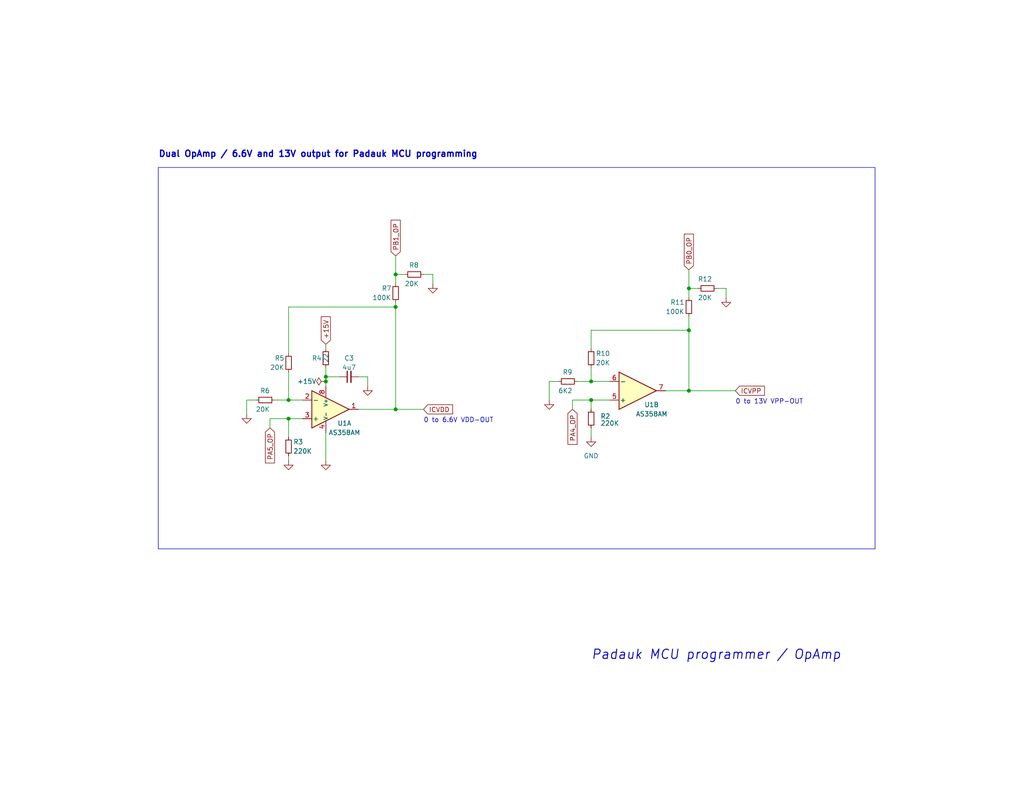
<source format=kicad_sch>
(kicad_sch
	(version 20231120)
	(generator "eeschema")
	(generator_version "8.0")
	(uuid "994ab482-cfd5-4fdb-a00a-93316c177e91")
	(paper "USLetter")
	(title_block
		(title "Purple PDK Programmer")
	)
	(lib_symbols
		(symbol "AS358AM_1"
			(pin_names
				(offset 0.2)
			)
			(exclude_from_sim no)
			(in_bom yes)
			(on_board yes)
			(property "Reference" "U1"
				(at 5.08 -3.81 0)
				(effects
					(font
						(size 1.27 1.27)
					)
				)
			)
			(property "Value" "AS358AM"
				(at 5.08 -6.35 0)
				(effects
					(font
						(size 1.27 1.27)
					)
				)
			)
			(property "Footprint" "Package_SO_AKL:SO-8_3.9x4.9mm_P1.27mm"
				(at 0 0 0)
				(effects
					(font
						(size 1.27 1.27)
					)
					(hide yes)
				)
			)
			(property "Datasheet" "https://www.tme.eu/Document/a2c1d9413fca7cfc0ad5ceead710062d/AS358-358A-358B.pdf"
				(at 0 0 0)
				(effects
					(font
						(size 1.27 1.27)
					)
					(hide yes)
				)
			)
			(property "Description" "SO-8 Dual Operational Amplifier, 3mV Offset, 7μV/°C Drift, 1MHz GBW, Alternate KiCAD Library"
				(at 0 0 0)
				(effects
					(font
						(size 1.27 1.27)
					)
					(hide yes)
				)
			)
			(property "ki_locked" ""
				(at 0 0 0)
				(effects
					(font
						(size 1.27 1.27)
					)
				)
			)
			(property "ki_keywords" "dual opamp operational amplifier AS358"
				(at 0 0 0)
				(effects
					(font
						(size 1.27 1.27)
					)
					(hide yes)
				)
			)
			(symbol "AS358AM_1_0_1"
				(polyline
					(pts
						(xy -3.81 5.08) (xy -3.81 -5.08) (xy 6.35 0) (xy -3.81 5.08)
					)
					(stroke
						(width 0.254)
						(type default)
					)
					(fill
						(type background)
					)
				)
			)
			(symbol "AS358AM_1_1_1"
				(pin output line
					(at 8.89 0 180)
					(length 2.54)
					(name "~"
						(effects
							(font
								(size 1.27 1.27)
							)
						)
					)
					(number "1"
						(effects
							(font
								(size 1.27 1.27)
							)
						)
					)
				)
				(pin input line
					(at -6.35 2.54 0)
					(length 2.54)
					(name "-"
						(effects
							(font
								(size 1.27 1.27)
							)
						)
					)
					(number "2"
						(effects
							(font
								(size 1.27 1.27)
							)
						)
					)
				)
				(pin input line
					(at -6.35 -2.54 0)
					(length 2.54)
					(name "+"
						(effects
							(font
								(size 1.27 1.27)
							)
						)
					)
					(number "3"
						(effects
							(font
								(size 1.27 1.27)
							)
						)
					)
				)
				(pin power_in line
					(at 0 -6.35 90)
					(length 3.18)
					(name "V-"
						(effects
							(font
								(size 1 1)
							)
						)
					)
					(number "4"
						(effects
							(font
								(size 1.27 1.27)
							)
						)
					)
				)
				(pin power_in line
					(at 0 6.35 270)
					(length 3.18)
					(name "V+"
						(effects
							(font
								(size 1 1)
							)
						)
					)
					(number "8"
						(effects
							(font
								(size 1.27 1.27)
							)
						)
					)
				)
			)
			(symbol "AS358AM_1_2_1"
				(pin input line
					(at -6.35 -2.54 0)
					(length 2.54)
					(name "+"
						(effects
							(font
								(size 1.27 1.27)
							)
						)
					)
					(number "5"
						(effects
							(font
								(size 1.27 1.27)
							)
						)
					)
				)
				(pin input line
					(at -6.35 2.54 0)
					(length 2.54)
					(name "-"
						(effects
							(font
								(size 1.27 1.27)
							)
						)
					)
					(number "6"
						(effects
							(font
								(size 1.27 1.27)
							)
						)
					)
				)
				(pin output line
					(at 8.89 0 180)
					(length 2.54)
					(name "~"
						(effects
							(font
								(size 1.27 1.27)
							)
						)
					)
					(number "7"
						(effects
							(font
								(size 1.27 1.27)
							)
						)
					)
				)
			)
		)
		(symbol "Amplifier_Operational_AKL:AS358AM"
			(pin_names
				(offset 0.2)
			)
			(exclude_from_sim no)
			(in_bom yes)
			(on_board yes)
			(property "Reference" "U1"
				(at 5.08 -3.81 0)
				(effects
					(font
						(size 1.27 1.27)
					)
				)
			)
			(property "Value" "AS358AM"
				(at 5.08 -6.35 0)
				(effects
					(font
						(size 1.27 1.27)
					)
				)
			)
			(property "Footprint" "Package_SO_AKL:SO-8_3.9x4.9mm_P1.27mm"
				(at 0 0 0)
				(effects
					(font
						(size 1.27 1.27)
					)
					(hide yes)
				)
			)
			(property "Datasheet" "https://www.tme.eu/Document/a2c1d9413fca7cfc0ad5ceead710062d/AS358-358A-358B.pdf"
				(at 0 0 0)
				(effects
					(font
						(size 1.27 1.27)
					)
					(hide yes)
				)
			)
			(property "Description" "SO-8 Dual Operational Amplifier, 3mV Offset, 7μV/°C Drift, 1MHz GBW, Alternate KiCAD Library"
				(at 0 0 0)
				(effects
					(font
						(size 1.27 1.27)
					)
					(hide yes)
				)
			)
			(property "ki_locked" ""
				(at 0 0 0)
				(effects
					(font
						(size 1.27 1.27)
					)
				)
			)
			(property "ki_keywords" "dual opamp operational amplifier AS358"
				(at 0 0 0)
				(effects
					(font
						(size 1.27 1.27)
					)
					(hide yes)
				)
			)
			(symbol "AS358AM_0_1"
				(polyline
					(pts
						(xy -3.81 5.08) (xy -3.81 -5.08) (xy 6.35 0) (xy -3.81 5.08)
					)
					(stroke
						(width 0.254)
						(type default)
					)
					(fill
						(type background)
					)
				)
			)
			(symbol "AS358AM_1_1"
				(pin output line
					(at 8.89 0 180)
					(length 2.54)
					(name "~"
						(effects
							(font
								(size 1.27 1.27)
							)
						)
					)
					(number "1"
						(effects
							(font
								(size 1.27 1.27)
							)
						)
					)
				)
				(pin input line
					(at -6.35 2.54 0)
					(length 2.54)
					(name "-"
						(effects
							(font
								(size 1.27 1.27)
							)
						)
					)
					(number "2"
						(effects
							(font
								(size 1.27 1.27)
							)
						)
					)
				)
				(pin input line
					(at -6.35 -2.54 0)
					(length 2.54)
					(name "+"
						(effects
							(font
								(size 1.27 1.27)
							)
						)
					)
					(number "3"
						(effects
							(font
								(size 1.27 1.27)
							)
						)
					)
				)
				(pin power_in line
					(at 0 -6.35 90)
					(length 3.18)
					(name "V-"
						(effects
							(font
								(size 1 1)
							)
						)
					)
					(number "4"
						(effects
							(font
								(size 1.27 1.27)
							)
						)
					)
				)
				(pin power_in line
					(at 0 6.35 270)
					(length 3.18)
					(name "V+"
						(effects
							(font
								(size 1 1)
							)
						)
					)
					(number "8"
						(effects
							(font
								(size 1.27 1.27)
							)
						)
					)
				)
			)
			(symbol "AS358AM_2_1"
				(pin input line
					(at -6.35 -2.54 0)
					(length 2.54)
					(name "+"
						(effects
							(font
								(size 1.27 1.27)
							)
						)
					)
					(number "5"
						(effects
							(font
								(size 1.27 1.27)
							)
						)
					)
				)
				(pin input line
					(at -6.35 2.54 0)
					(length 2.54)
					(name "-"
						(effects
							(font
								(size 1.27 1.27)
							)
						)
					)
					(number "6"
						(effects
							(font
								(size 1.27 1.27)
							)
						)
					)
				)
				(pin output line
					(at 8.89 0 180)
					(length 2.54)
					(name "~"
						(effects
							(font
								(size 1.27 1.27)
							)
						)
					)
					(number "7"
						(effects
							(font
								(size 1.27 1.27)
							)
						)
					)
				)
			)
		)
		(symbol "Device:C_Small"
			(pin_numbers hide)
			(pin_names
				(offset 0.254) hide)
			(exclude_from_sim no)
			(in_bom yes)
			(on_board yes)
			(property "Reference" "C"
				(at 0.254 1.778 0)
				(effects
					(font
						(size 1.27 1.27)
					)
					(justify left)
				)
			)
			(property "Value" "C_Small"
				(at 0.254 -2.032 0)
				(effects
					(font
						(size 1.27 1.27)
					)
					(justify left)
				)
			)
			(property "Footprint" ""
				(at 0 0 0)
				(effects
					(font
						(size 1.27 1.27)
					)
					(hide yes)
				)
			)
			(property "Datasheet" "~"
				(at 0 0 0)
				(effects
					(font
						(size 1.27 1.27)
					)
					(hide yes)
				)
			)
			(property "Description" "Unpolarized capacitor, small symbol"
				(at 0 0 0)
				(effects
					(font
						(size 1.27 1.27)
					)
					(hide yes)
				)
			)
			(property "ki_keywords" "capacitor cap"
				(at 0 0 0)
				(effects
					(font
						(size 1.27 1.27)
					)
					(hide yes)
				)
			)
			(property "ki_fp_filters" "C_*"
				(at 0 0 0)
				(effects
					(font
						(size 1.27 1.27)
					)
					(hide yes)
				)
			)
			(symbol "C_Small_0_1"
				(polyline
					(pts
						(xy -1.524 -0.508) (xy 1.524 -0.508)
					)
					(stroke
						(width 0.3302)
						(type default)
					)
					(fill
						(type none)
					)
				)
				(polyline
					(pts
						(xy -1.524 0.508) (xy 1.524 0.508)
					)
					(stroke
						(width 0.3048)
						(type default)
					)
					(fill
						(type none)
					)
				)
			)
			(symbol "C_Small_1_1"
				(pin passive line
					(at 0 2.54 270)
					(length 2.032)
					(name "~"
						(effects
							(font
								(size 1.27 1.27)
							)
						)
					)
					(number "1"
						(effects
							(font
								(size 1.27 1.27)
							)
						)
					)
				)
				(pin passive line
					(at 0 -2.54 90)
					(length 2.032)
					(name "~"
						(effects
							(font
								(size 1.27 1.27)
							)
						)
					)
					(number "2"
						(effects
							(font
								(size 1.27 1.27)
							)
						)
					)
				)
			)
		)
		(symbol "Device:R_Small"
			(pin_numbers hide)
			(pin_names
				(offset 0.254) hide)
			(exclude_from_sim no)
			(in_bom yes)
			(on_board yes)
			(property "Reference" "R"
				(at 0.762 0.508 0)
				(effects
					(font
						(size 1.27 1.27)
					)
					(justify left)
				)
			)
			(property "Value" "R_Small"
				(at 0.762 -1.016 0)
				(effects
					(font
						(size 1.27 1.27)
					)
					(justify left)
				)
			)
			(property "Footprint" ""
				(at 0 0 0)
				(effects
					(font
						(size 1.27 1.27)
					)
					(hide yes)
				)
			)
			(property "Datasheet" "~"
				(at 0 0 0)
				(effects
					(font
						(size 1.27 1.27)
					)
					(hide yes)
				)
			)
			(property "Description" "Resistor, small symbol"
				(at 0 0 0)
				(effects
					(font
						(size 1.27 1.27)
					)
					(hide yes)
				)
			)
			(property "ki_keywords" "R resistor"
				(at 0 0 0)
				(effects
					(font
						(size 1.27 1.27)
					)
					(hide yes)
				)
			)
			(property "ki_fp_filters" "R_*"
				(at 0 0 0)
				(effects
					(font
						(size 1.27 1.27)
					)
					(hide yes)
				)
			)
			(symbol "R_Small_0_1"
				(rectangle
					(start -0.762 1.778)
					(end 0.762 -1.778)
					(stroke
						(width 0.2032)
						(type default)
					)
					(fill
						(type none)
					)
				)
			)
			(symbol "R_Small_1_1"
				(pin passive line
					(at 0 2.54 270)
					(length 0.762)
					(name "~"
						(effects
							(font
								(size 1.27 1.27)
							)
						)
					)
					(number "1"
						(effects
							(font
								(size 1.27 1.27)
							)
						)
					)
				)
				(pin passive line
					(at 0 -2.54 90)
					(length 0.762)
					(name "~"
						(effects
							(font
								(size 1.27 1.27)
							)
						)
					)
					(number "2"
						(effects
							(font
								(size 1.27 1.27)
							)
						)
					)
				)
			)
		)
		(symbol "power:GND"
			(power)
			(pin_names
				(offset 0)
			)
			(exclude_from_sim no)
			(in_bom yes)
			(on_board yes)
			(property "Reference" "#PWR"
				(at 0 -6.35 0)
				(effects
					(font
						(size 1.27 1.27)
					)
					(hide yes)
				)
			)
			(property "Value" "GND"
				(at 0 -3.81 0)
				(effects
					(font
						(size 1.27 1.27)
					)
				)
			)
			(property "Footprint" ""
				(at 0 0 0)
				(effects
					(font
						(size 1.27 1.27)
					)
					(hide yes)
				)
			)
			(property "Datasheet" ""
				(at 0 0 0)
				(effects
					(font
						(size 1.27 1.27)
					)
					(hide yes)
				)
			)
			(property "Description" "Power symbol creates a global label with name \"GND\" , ground"
				(at 0 0 0)
				(effects
					(font
						(size 1.27 1.27)
					)
					(hide yes)
				)
			)
			(property "ki_keywords" "global power"
				(at 0 0 0)
				(effects
					(font
						(size 1.27 1.27)
					)
					(hide yes)
				)
			)
			(symbol "GND_0_1"
				(polyline
					(pts
						(xy 0 0) (xy 0 -1.27) (xy 1.27 -1.27) (xy 0 -2.54) (xy -1.27 -1.27) (xy 0 -1.27)
					)
					(stroke
						(width 0)
						(type default)
					)
					(fill
						(type none)
					)
				)
			)
			(symbol "GND_1_1"
				(pin power_in line
					(at 0 0 270)
					(length 0) hide
					(name "GND"
						(effects
							(font
								(size 1.27 1.27)
							)
						)
					)
					(number "1"
						(effects
							(font
								(size 1.27 1.27)
							)
						)
					)
				)
			)
		)
		(symbol "power:PWR_FLAG"
			(power)
			(pin_numbers hide)
			(pin_names
				(offset 0) hide)
			(exclude_from_sim no)
			(in_bom yes)
			(on_board yes)
			(property "Reference" "#FLG"
				(at 0 1.905 0)
				(effects
					(font
						(size 1.27 1.27)
					)
					(hide yes)
				)
			)
			(property "Value" "PWR_FLAG"
				(at 0 3.81 0)
				(effects
					(font
						(size 1.27 1.27)
					)
				)
			)
			(property "Footprint" ""
				(at 0 0 0)
				(effects
					(font
						(size 1.27 1.27)
					)
					(hide yes)
				)
			)
			(property "Datasheet" "~"
				(at 0 0 0)
				(effects
					(font
						(size 1.27 1.27)
					)
					(hide yes)
				)
			)
			(property "Description" "Special symbol for telling ERC where power comes from"
				(at 0 0 0)
				(effects
					(font
						(size 1.27 1.27)
					)
					(hide yes)
				)
			)
			(property "ki_keywords" "flag power"
				(at 0 0 0)
				(effects
					(font
						(size 1.27 1.27)
					)
					(hide yes)
				)
			)
			(symbol "PWR_FLAG_0_0"
				(pin power_out line
					(at 0 0 90)
					(length 0)
					(name "pwr"
						(effects
							(font
								(size 1.27 1.27)
							)
						)
					)
					(number "1"
						(effects
							(font
								(size 1.27 1.27)
							)
						)
					)
				)
			)
			(symbol "PWR_FLAG_0_1"
				(polyline
					(pts
						(xy 0 0) (xy 0 1.27) (xy -1.016 1.905) (xy 0 2.54) (xy 1.016 1.905) (xy 0 1.27)
					)
					(stroke
						(width 0)
						(type default)
					)
					(fill
						(type none)
					)
				)
			)
		)
	)
	(junction
		(at 88.9 102.87)
		(diameter 0)
		(color 0 0 0 0)
		(uuid "277eeffb-0fd4-4582-bb0b-93d421a7bcfa")
	)
	(junction
		(at 88.9 104.14)
		(diameter 0)
		(color 0 0 0 0)
		(uuid "2dce135c-b4e5-484d-bbd0-84c99ab4e9c1")
	)
	(junction
		(at 161.29 104.14)
		(diameter 0)
		(color 0 0 0 0)
		(uuid "339a5a3f-699a-4d01-a5ed-598e89b3448f")
	)
	(junction
		(at 107.95 83.82)
		(diameter 0)
		(color 0 0 0 0)
		(uuid "4a9246d1-8d39-4428-bf19-0ceef151468d")
	)
	(junction
		(at 107.95 111.76)
		(diameter 0)
		(color 0 0 0 0)
		(uuid "6370f83c-83dd-4f1b-b0b8-2fdf9f648d72")
	)
	(junction
		(at 187.96 90.17)
		(diameter 0)
		(color 0 0 0 0)
		(uuid "6beb0f36-9fdb-46ed-8e84-aa159abc426b")
	)
	(junction
		(at 161.29 109.22)
		(diameter 0)
		(color 0 0 0 0)
		(uuid "751f9f39-a95a-4dc9-92af-d6b136c990b0")
	)
	(junction
		(at 187.96 78.74)
		(diameter 0)
		(color 0 0 0 0)
		(uuid "82e0a97d-3c4b-4786-a186-399302d92045")
	)
	(junction
		(at 107.95 74.93)
		(diameter 0)
		(color 0 0 0 0)
		(uuid "bf47ca26-6b53-478e-9402-b5ad42bc64c3")
	)
	(junction
		(at 78.74 109.22)
		(diameter 0)
		(color 0 0 0 0)
		(uuid "cb6e9339-6f1d-474d-a312-234f5d46a89e")
	)
	(junction
		(at 187.96 106.68)
		(diameter 0)
		(color 0 0 0 0)
		(uuid "e8038669-755b-44bc-aa71-33d290c5d0ce")
	)
	(junction
		(at 78.74 114.3)
		(diameter 0)
		(color 0 0 0 0)
		(uuid "f957d865-71bb-4b58-91f4-b32659167dc2")
	)
	(wire
		(pts
			(xy 78.74 114.3) (xy 82.55 114.3)
		)
		(stroke
			(width 0)
			(type default)
		)
		(uuid "05d8871c-7e6c-4e72-b475-a8bd5dc78a76")
	)
	(wire
		(pts
			(xy 73.66 114.3) (xy 78.74 114.3)
		)
		(stroke
			(width 0)
			(type default)
		)
		(uuid "07917bfc-ef4c-40f6-99b9-c63361ab4ef0")
	)
	(wire
		(pts
			(xy 161.29 95.25) (xy 161.29 90.17)
		)
		(stroke
			(width 0)
			(type default)
		)
		(uuid "0a736996-82ed-4eee-a0ae-d429c3c391aa")
	)
	(wire
		(pts
			(xy 67.31 113.03) (xy 67.31 109.22)
		)
		(stroke
			(width 0)
			(type default)
		)
		(uuid "0d517722-7e9f-4fa4-8b6c-f20e375a734c")
	)
	(wire
		(pts
			(xy 118.11 74.93) (xy 118.11 77.47)
		)
		(stroke
			(width 0)
			(type default)
		)
		(uuid "0ded281b-6d52-4242-b395-fa77582c86eb")
	)
	(wire
		(pts
			(xy 187.96 86.36) (xy 187.96 90.17)
		)
		(stroke
			(width 0)
			(type default)
		)
		(uuid "105fa6a2-6e4e-4b7d-b1c9-4e1f832b29d8")
	)
	(wire
		(pts
			(xy 78.74 83.82) (xy 107.95 83.82)
		)
		(stroke
			(width 0)
			(type default)
		)
		(uuid "16272dd0-5536-4fe2-b6df-617613a87555")
	)
	(wire
		(pts
			(xy 88.9 100.33) (xy 88.9 102.87)
		)
		(stroke
			(width 0)
			(type default)
		)
		(uuid "16a42587-e364-4766-a9cd-89ab5b889cba")
	)
	(wire
		(pts
			(xy 97.79 102.87) (xy 100.33 102.87)
		)
		(stroke
			(width 0)
			(type default)
		)
		(uuid "19de51f2-5098-4510-b4d5-676ff91e8066")
	)
	(wire
		(pts
			(xy 161.29 90.17) (xy 187.96 90.17)
		)
		(stroke
			(width 0)
			(type default)
		)
		(uuid "2c6a386b-806b-4e55-a73e-14b4e4afd579")
	)
	(wire
		(pts
			(xy 67.31 109.22) (xy 69.85 109.22)
		)
		(stroke
			(width 0)
			(type default)
		)
		(uuid "2c7403c2-23ff-4e97-8fde-243080283e12")
	)
	(wire
		(pts
			(xy 195.58 78.74) (xy 198.12 78.74)
		)
		(stroke
			(width 0)
			(type default)
		)
		(uuid "42f57cb7-573f-4ebc-9ab5-b252f9a8935e")
	)
	(wire
		(pts
			(xy 149.86 109.22) (xy 149.86 104.14)
		)
		(stroke
			(width 0)
			(type default)
		)
		(uuid "4cbfb924-d2a3-4a15-860f-d653920cf827")
	)
	(wire
		(pts
			(xy 100.33 105.41) (xy 100.33 102.87)
		)
		(stroke
			(width 0)
			(type default)
		)
		(uuid "500038c2-473d-486c-ba08-2874097ebf6f")
	)
	(wire
		(pts
			(xy 107.95 111.76) (xy 115.57 111.76)
		)
		(stroke
			(width 0)
			(type default)
		)
		(uuid "50782205-f6ad-4faa-a98f-7275c91c8cb9")
	)
	(wire
		(pts
			(xy 88.9 118.11) (xy 88.9 125.73)
		)
		(stroke
			(width 0)
			(type default)
		)
		(uuid "53dc7250-7f1d-40bf-b81f-bbcedc854e63")
	)
	(wire
		(pts
			(xy 88.9 93.98) (xy 88.9 95.25)
		)
		(stroke
			(width 0)
			(type default)
		)
		(uuid "572b627c-818c-4e67-b208-0afa5dfb8180")
	)
	(wire
		(pts
			(xy 157.48 104.14) (xy 161.29 104.14)
		)
		(stroke
			(width 0)
			(type default)
		)
		(uuid "5a2d7cb5-206d-4b65-a8cc-a5ed2b523943")
	)
	(wire
		(pts
			(xy 115.57 74.93) (xy 118.11 74.93)
		)
		(stroke
			(width 0)
			(type default)
		)
		(uuid "5f9decb6-842b-45cb-a421-ca7afdfb6c41")
	)
	(wire
		(pts
			(xy 198.12 78.74) (xy 198.12 81.28)
		)
		(stroke
			(width 0)
			(type default)
		)
		(uuid "718faed8-c918-4025-ad68-468f2542a0b2")
	)
	(wire
		(pts
			(xy 78.74 109.22) (xy 82.55 109.22)
		)
		(stroke
			(width 0)
			(type default)
		)
		(uuid "74797b8f-1597-47c7-bd7a-85e975ffe71a")
	)
	(wire
		(pts
			(xy 187.96 106.68) (xy 200.66 106.68)
		)
		(stroke
			(width 0)
			(type default)
		)
		(uuid "83f1a6a6-e967-45be-9eab-72c9d8f9dfee")
	)
	(wire
		(pts
			(xy 73.66 116.84) (xy 73.66 114.3)
		)
		(stroke
			(width 0)
			(type default)
		)
		(uuid "861514a9-0126-4cbb-a69b-66dae3b6f1e0")
	)
	(wire
		(pts
			(xy 161.29 104.14) (xy 166.37 104.14)
		)
		(stroke
			(width 0)
			(type default)
		)
		(uuid "8c44cbd1-e097-490b-abc1-3235590546c8")
	)
	(wire
		(pts
			(xy 97.79 111.76) (xy 107.95 111.76)
		)
		(stroke
			(width 0)
			(type default)
		)
		(uuid "8c8413ff-e217-406a-8b43-9e6073468f20")
	)
	(wire
		(pts
			(xy 88.9 104.14) (xy 88.9 105.41)
		)
		(stroke
			(width 0)
			(type default)
		)
		(uuid "8eb23c58-4faf-4847-a036-7df9d4f83f91")
	)
	(wire
		(pts
			(xy 78.74 96.52) (xy 78.74 83.82)
		)
		(stroke
			(width 0)
			(type default)
		)
		(uuid "9003261a-cf0f-4f80-a1c1-a9b037177530")
	)
	(wire
		(pts
			(xy 156.21 109.22) (xy 161.29 109.22)
		)
		(stroke
			(width 0)
			(type default)
		)
		(uuid "92697413-cb4e-438a-b417-6f31d2405f6d")
	)
	(wire
		(pts
			(xy 107.95 82.55) (xy 107.95 83.82)
		)
		(stroke
			(width 0)
			(type default)
		)
		(uuid "94a3c793-382f-45cc-9662-c735077b44b5")
	)
	(wire
		(pts
			(xy 107.95 83.82) (xy 107.95 111.76)
		)
		(stroke
			(width 0)
			(type default)
		)
		(uuid "99bff918-a224-49f8-b68d-663ab916fe26")
	)
	(wire
		(pts
			(xy 107.95 77.47) (xy 107.95 74.93)
		)
		(stroke
			(width 0)
			(type default)
		)
		(uuid "99f7f9e2-d75b-46a2-b762-3d0d5e9c5750")
	)
	(wire
		(pts
			(xy 78.74 124.46) (xy 78.74 125.73)
		)
		(stroke
			(width 0)
			(type default)
		)
		(uuid "aa00d06d-eed5-4278-8d9f-9e15df02165a")
	)
	(wire
		(pts
			(xy 74.93 109.22) (xy 78.74 109.22)
		)
		(stroke
			(width 0)
			(type default)
		)
		(uuid "ba38af39-3d5a-4129-aabe-b3716a2b6291")
	)
	(wire
		(pts
			(xy 107.95 69.85) (xy 107.95 74.93)
		)
		(stroke
			(width 0)
			(type default)
		)
		(uuid "baeb0543-2786-40ae-8500-a78ee6ce69ce")
	)
	(wire
		(pts
			(xy 78.74 101.6) (xy 78.74 109.22)
		)
		(stroke
			(width 0)
			(type default)
		)
		(uuid "bd8ecac7-7b20-4d2c-becf-2216ae86a215")
	)
	(wire
		(pts
			(xy 78.74 114.3) (xy 78.74 119.38)
		)
		(stroke
			(width 0)
			(type default)
		)
		(uuid "bfbca156-7a96-46d1-b9a2-5d785ce6ad0c")
	)
	(wire
		(pts
			(xy 88.9 102.87) (xy 92.71 102.87)
		)
		(stroke
			(width 0)
			(type default)
		)
		(uuid "c03b2202-4f03-410a-9cbf-a76170fade6e")
	)
	(wire
		(pts
			(xy 161.29 109.22) (xy 161.29 111.76)
		)
		(stroke
			(width 0)
			(type default)
		)
		(uuid "cef8f517-7c42-48e5-853d-8719a54e8346")
	)
	(wire
		(pts
			(xy 156.21 109.22) (xy 156.21 111.76)
		)
		(stroke
			(width 0)
			(type default)
		)
		(uuid "db3df4d3-d8f6-4adb-988c-b19b9e5ae93f")
	)
	(wire
		(pts
			(xy 187.96 90.17) (xy 187.96 106.68)
		)
		(stroke
			(width 0)
			(type default)
		)
		(uuid "dbbac7e0-c94c-415f-aa50-9a120d43a22b")
	)
	(wire
		(pts
			(xy 181.61 106.68) (xy 187.96 106.68)
		)
		(stroke
			(width 0)
			(type default)
		)
		(uuid "dc6c9cac-5d70-4d27-92fa-137d899a65f2")
	)
	(wire
		(pts
			(xy 161.29 116.84) (xy 161.29 119.38)
		)
		(stroke
			(width 0)
			(type default)
		)
		(uuid "def19b27-2da5-4ca8-953a-a71dc4678a70")
	)
	(wire
		(pts
			(xy 161.29 109.22) (xy 166.37 109.22)
		)
		(stroke
			(width 0)
			(type default)
		)
		(uuid "dfa9f3e1-45f4-403e-b405-434e0181bb01")
	)
	(wire
		(pts
			(xy 187.96 78.74) (xy 190.5 78.74)
		)
		(stroke
			(width 0)
			(type default)
		)
		(uuid "eb7c015d-8dce-40b7-82a9-31a8d09d2c61")
	)
	(wire
		(pts
			(xy 187.96 73.66) (xy 187.96 78.74)
		)
		(stroke
			(width 0)
			(type default)
		)
		(uuid "ed54fd77-ac3c-4a6f-a48b-e5bb42d780a7")
	)
	(wire
		(pts
			(xy 149.86 104.14) (xy 152.4 104.14)
		)
		(stroke
			(width 0)
			(type default)
		)
		(uuid "eed9c861-733e-4a5a-8846-2a6f47f9978d")
	)
	(wire
		(pts
			(xy 88.9 102.87) (xy 88.9 104.14)
		)
		(stroke
			(width 0)
			(type default)
		)
		(uuid "f16db6c8-0f7e-4a26-9458-cdd04e8350f3")
	)
	(wire
		(pts
			(xy 187.96 81.28) (xy 187.96 78.74)
		)
		(stroke
			(width 0)
			(type default)
		)
		(uuid "f518f144-9b1f-4603-a50b-e46bb7c79df7")
	)
	(wire
		(pts
			(xy 107.95 74.93) (xy 110.49 74.93)
		)
		(stroke
			(width 0)
			(type default)
		)
		(uuid "f67863f7-0dca-4fbd-a909-d4919f56856a")
	)
	(wire
		(pts
			(xy 161.29 100.33) (xy 161.29 104.14)
		)
		(stroke
			(width 0)
			(type default)
		)
		(uuid "fa72cd65-045c-4651-88ae-9c74648ad13f")
	)
	(rectangle
		(start 43.18 45.72)
		(end 238.76 149.86)
		(stroke
			(width 0)
			(type default)
		)
		(fill
			(type none)
		)
		(uuid 503f7645-4e84-44fc-81a5-2aa0e210bb23)
	)
	(text "Padauk MCU programmer / OpAmp"
		(exclude_from_sim no)
		(at 161.29 180.34 0)
		(effects
			(font
				(size 2.54 2.54)
				(thickness 0.254)
				(bold yes)
				(italic yes)
			)
			(justify left bottom)
		)
		(uuid "185ee4c6-0373-4d7c-b878-6c25237f4717")
	)
	(text "Dual OpAmp / 6.6V and 13V output for Padauk MCU programming"
		(exclude_from_sim no)
		(at 43.18 43.18 0)
		(effects
			(font
				(size 1.7 1.7)
				(thickness 0.34)
				(bold yes)
			)
			(justify left bottom)
		)
		(uuid "976f40df-7bc6-47db-a417-14c321fa1440")
	)
	(text "0 to 6.6V VDD-OUT"
		(exclude_from_sim no)
		(at 115.57 115.57 0)
		(effects
			(font
				(size 1.27 1.27)
			)
			(justify left bottom)
		)
		(uuid "b6bb094e-001b-400f-bf14-4604acda50f6")
	)
	(text "0 to 13V VPP-OUT"
		(exclude_from_sim no)
		(at 200.66 110.49 0)
		(effects
			(font
				(size 1.27 1.27)
			)
			(justify left bottom)
		)
		(uuid "ea4c4657-05d0-4b02-b9e6-19612eda3132")
	)
	(global_label "PB1_OP"
		(shape input)
		(at 107.95 69.85 90)
		(fields_autoplaced yes)
		(effects
			(font
				(size 1.27 1.27)
			)
			(justify left)
		)
		(uuid "145b1d6c-c68f-4b7c-80e5-36fed363e4d5")
		(property "Intersheetrefs" "${INTERSHEET_REFS}"
			(at 107.95 59.6266 90)
			(effects
				(font
					(size 1.27 1.27)
				)
				(justify left)
				(hide yes)
			)
		)
	)
	(global_label "ICVPP"
		(shape input)
		(at 200.66 106.68 0)
		(fields_autoplaced yes)
		(effects
			(font
				(size 1.27 1.27)
			)
			(justify left)
		)
		(uuid "4f56d32c-4572-4e9b-87a4-1b634112f5af")
		(property "Intersheetrefs" "${INTERSHEET_REFS}"
			(at 209.0692 106.68 0)
			(effects
				(font
					(size 1.27 1.27)
				)
				(justify left)
				(hide yes)
			)
		)
	)
	(global_label "PA4_OP"
		(shape input)
		(at 156.21 111.76 270)
		(fields_autoplaced yes)
		(effects
			(font
				(size 1.27 1.27)
			)
			(justify right)
		)
		(uuid "62e5e3b6-bdd7-4246-a3e1-990d107207c0")
		(property "Intersheetrefs" "${INTERSHEET_REFS}"
			(at 156.21 121.802 90)
			(effects
				(font
					(size 1.27 1.27)
				)
				(justify right)
				(hide yes)
			)
		)
	)
	(global_label "+15V"
		(shape input)
		(at 88.9 93.98 90)
		(fields_autoplaced yes)
		(effects
			(font
				(size 1.27 1.27)
			)
			(justify left)
		)
		(uuid "6f220f36-cb14-4199-b48b-4db1a715210b")
		(property "Intersheetrefs" "${INTERSHEET_REFS}"
			(at 88.9 85.9942 90)
			(effects
				(font
					(size 1.27 1.27)
				)
				(justify left)
				(hide yes)
			)
		)
	)
	(global_label "PA5_OP"
		(shape input)
		(at 73.66 116.84 270)
		(fields_autoplaced yes)
		(effects
			(font
				(size 1.27 1.27)
			)
			(justify right)
		)
		(uuid "bdd6f7e0-86ab-4c74-ab25-a89d40fcd29a")
		(property "Intersheetrefs" "${INTERSHEET_REFS}"
			(at 73.66 126.882 90)
			(effects
				(font
					(size 1.27 1.27)
				)
				(justify right)
				(hide yes)
			)
		)
	)
	(global_label "ICVDD"
		(shape input)
		(at 115.57 111.76 0)
		(fields_autoplaced yes)
		(effects
			(font
				(size 1.27 1.27)
			)
			(justify left)
		)
		(uuid "d3f5903d-6312-45cf-8125-3309ba632d16")
		(property "Intersheetrefs" "${INTERSHEET_REFS}"
			(at 123.9792 111.76 0)
			(effects
				(font
					(size 1.27 1.27)
				)
				(justify left)
				(hide yes)
			)
		)
	)
	(global_label "PB0_OP"
		(shape input)
		(at 187.96 73.66 90)
		(fields_autoplaced yes)
		(effects
			(font
				(size 1.27 1.27)
			)
			(justify left)
		)
		(uuid "e3051ec9-c680-4e58-84e5-a3f78785f060")
		(property "Intersheetrefs" "${INTERSHEET_REFS}"
			(at 187.96 63.4366 90)
			(effects
				(font
					(size 1.27 1.27)
				)
				(justify left)
				(hide yes)
			)
		)
	)
	(symbol
		(lib_name "AS358AM_1")
		(lib_id "Amplifier_Operational_AKL:AS358AM")
		(at 172.72 106.68 0)
		(unit 2)
		(exclude_from_sim no)
		(in_bom yes)
		(on_board yes)
		(dnp no)
		(uuid "04d2fbf3-e81e-4b8f-ab12-a460620640f1")
		(property "Reference" "U1"
			(at 177.8 110.49 0)
			(effects
				(font
					(size 1.27 1.27)
				)
			)
		)
		(property "Value" "AS358AM"
			(at 177.8 113.03 0)
			(effects
				(font
					(size 1.27 1.27)
				)
			)
		)
		(property "Footprint" "Package_SO_AKL:SO-8_3.9x4.9mm_P1.27mm"
			(at 172.72 106.68 0)
			(effects
				(font
					(size 1.27 1.27)
				)
				(hide yes)
			)
		)
		(property "Datasheet" "https://www.tme.eu/Document/a2c1d9413fca7cfc0ad5ceead710062d/AS358-358A-358B.pdf"
			(at 172.72 106.68 0)
			(effects
				(font
					(size 1.27 1.27)
				)
				(hide yes)
			)
		)
		(property "Description" ""
			(at 172.72 106.68 0)
			(effects
				(font
					(size 1.27 1.27)
				)
				(hide yes)
			)
		)
		(pin "1"
			(uuid "0905cd72-a2f1-43e0-904f-0f8a869cf258")
		)
		(pin "2"
			(uuid "0e0d3a4e-572c-4df6-9c91-658488dc7c85")
		)
		(pin "3"
			(uuid "809c9d0f-5219-4c10-817e-e52cafd019e8")
		)
		(pin "4"
			(uuid "53a9b7cb-6dca-41bd-a7e8-223d82f4b9a0")
		)
		(pin "8"
			(uuid "a65c3714-b77b-4a88-b697-69d88010ccbc")
		)
		(pin "5"
			(uuid "ac961c73-2d2b-4637-93a8-7eff7a7edb10")
		)
		(pin "6"
			(uuid "fbf6cd60-0265-49f1-9d09-fff99feaf0f9")
		)
		(pin "7"
			(uuid "a54653a4-0116-48d8-89c0-447f0b1e6899")
		)
		(instances
			(project "PurplePDK"
				(path "/3ffaf8f9-ac64-4a34-ad91-33e15a01c4d3/4d5222c1-bb1b-4676-9e5d-8b5bcdc8875a"
					(reference "U1")
					(unit 2)
				)
			)
		)
	)
	(symbol
		(lib_id "power:GND")
		(at 78.74 125.73 0)
		(unit 1)
		(exclude_from_sim no)
		(in_bom yes)
		(on_board yes)
		(dnp no)
		(fields_autoplaced yes)
		(uuid "0fb22d7f-8864-4a81-a5d4-4ec10c180881")
		(property "Reference" "#PWR04"
			(at 78.74 132.08 0)
			(effects
				(font
					(size 1.27 1.27)
				)
				(hide yes)
			)
		)
		(property "Value" "GND"
			(at 78.74 130.81 0)
			(effects
				(font
					(size 1.27 1.27)
				)
				(hide yes)
			)
		)
		(property "Footprint" ""
			(at 78.74 125.73 0)
			(effects
				(font
					(size 1.27 1.27)
				)
				(hide yes)
			)
		)
		(property "Datasheet" ""
			(at 78.74 125.73 0)
			(effects
				(font
					(size 1.27 1.27)
				)
				(hide yes)
			)
		)
		(property "Description" ""
			(at 78.74 125.73 0)
			(effects
				(font
					(size 1.27 1.27)
				)
				(hide yes)
			)
		)
		(pin "1"
			(uuid "5e6d4e67-2849-4953-a40d-046697e481c0")
		)
		(instances
			(project "PurplePDK"
				(path "/3ffaf8f9-ac64-4a34-ad91-33e15a01c4d3/4d5222c1-bb1b-4676-9e5d-8b5bcdc8875a"
					(reference "#PWR04")
					(unit 1)
				)
			)
		)
	)
	(symbol
		(lib_id "power:GND")
		(at 67.31 113.03 0)
		(unit 1)
		(exclude_from_sim no)
		(in_bom yes)
		(on_board yes)
		(dnp no)
		(fields_autoplaced yes)
		(uuid "11bdc264-4405-40d6-807f-a83d488d66a8")
		(property "Reference" "#PWR07"
			(at 67.31 119.38 0)
			(effects
				(font
					(size 1.27 1.27)
				)
				(hide yes)
			)
		)
		(property "Value" "GND"
			(at 67.31 118.11 0)
			(effects
				(font
					(size 1.27 1.27)
				)
				(hide yes)
			)
		)
		(property "Footprint" ""
			(at 67.31 113.03 0)
			(effects
				(font
					(size 1.27 1.27)
				)
				(hide yes)
			)
		)
		(property "Datasheet" ""
			(at 67.31 113.03 0)
			(effects
				(font
					(size 1.27 1.27)
				)
				(hide yes)
			)
		)
		(property "Description" ""
			(at 67.31 113.03 0)
			(effects
				(font
					(size 1.27 1.27)
				)
				(hide yes)
			)
		)
		(pin "1"
			(uuid "608bdfff-1587-45f8-b567-94121c68d34f")
		)
		(instances
			(project "PurplePDK"
				(path "/3ffaf8f9-ac64-4a34-ad91-33e15a01c4d3/4d5222c1-bb1b-4676-9e5d-8b5bcdc8875a"
					(reference "#PWR07")
					(unit 1)
				)
			)
		)
	)
	(symbol
		(lib_id "power:GND")
		(at 118.11 77.47 0)
		(unit 1)
		(exclude_from_sim no)
		(in_bom yes)
		(on_board yes)
		(dnp no)
		(fields_autoplaced yes)
		(uuid "2824734d-969b-4ac2-8d8e-1d4665cc70f4")
		(property "Reference" "#PWR08"
			(at 118.11 83.82 0)
			(effects
				(font
					(size 1.27 1.27)
				)
				(hide yes)
			)
		)
		(property "Value" "GND"
			(at 118.11 82.55 0)
			(effects
				(font
					(size 1.27 1.27)
				)
				(hide yes)
			)
		)
		(property "Footprint" ""
			(at 118.11 77.47 0)
			(effects
				(font
					(size 1.27 1.27)
				)
				(hide yes)
			)
		)
		(property "Datasheet" ""
			(at 118.11 77.47 0)
			(effects
				(font
					(size 1.27 1.27)
				)
				(hide yes)
			)
		)
		(property "Description" ""
			(at 118.11 77.47 0)
			(effects
				(font
					(size 1.27 1.27)
				)
				(hide yes)
			)
		)
		(pin "1"
			(uuid "99cdd1d1-2a60-499b-b233-e4c6c6ecc6e5")
		)
		(instances
			(project "PurplePDK"
				(path "/3ffaf8f9-ac64-4a34-ad91-33e15a01c4d3/4d5222c1-bb1b-4676-9e5d-8b5bcdc8875a"
					(reference "#PWR08")
					(unit 1)
				)
			)
		)
	)
	(symbol
		(lib_id "Device:R_Small")
		(at 154.94 104.14 90)
		(unit 1)
		(exclude_from_sim no)
		(in_bom yes)
		(on_board yes)
		(dnp no)
		(uuid "43baf983-75ee-458f-b085-6141d33a3ecc")
		(property "Reference" "R9"
			(at 156.21 101.6 90)
			(effects
				(font
					(size 1.27 1.27)
				)
				(justify left)
			)
		)
		(property "Value" "6K2"
			(at 156.21 106.68 90)
			(effects
				(font
					(size 1.27 1.27)
				)
				(justify left)
			)
		)
		(property "Footprint" "Resistor_SMD:R_0603_1608Metric_Pad0.98x0.95mm_HandSolder"
			(at 154.94 104.14 0)
			(effects
				(font
					(size 1.27 1.27)
				)
				(hide yes)
			)
		)
		(property "Datasheet" "~"
			(at 154.94 104.14 0)
			(effects
				(font
					(size 1.27 1.27)
				)
				(hide yes)
			)
		)
		(property "Description" ""
			(at 154.94 104.14 0)
			(effects
				(font
					(size 1.27 1.27)
				)
				(hide yes)
			)
		)
		(pin "1"
			(uuid "3e1376c1-d4bc-452a-a704-79d50e94bc20")
		)
		(pin "2"
			(uuid "01effff5-919b-42bd-b4be-2c07385fdf2c")
		)
		(instances
			(project "PurplePDK"
				(path "/3ffaf8f9-ac64-4a34-ad91-33e15a01c4d3/4d5222c1-bb1b-4676-9e5d-8b5bcdc8875a"
					(reference "R9")
					(unit 1)
				)
			)
		)
	)
	(symbol
		(lib_id "Amplifier_Operational_AKL:AS358AM")
		(at 88.9 111.76 0)
		(unit 1)
		(exclude_from_sim no)
		(in_bom yes)
		(on_board yes)
		(dnp no)
		(uuid "455a1c1f-6f6b-4f77-87fe-fa4aa93fa7c3")
		(property "Reference" "U1"
			(at 93.98 115.57 0)
			(effects
				(font
					(size 1.27 1.27)
				)
			)
		)
		(property "Value" "AS358AM"
			(at 93.98 118.11 0)
			(effects
				(font
					(size 1.27 1.27)
				)
			)
		)
		(property "Footprint" "Package_SO_AKL:SO-8_3.9x4.9mm_P1.27mm"
			(at 88.9 111.76 0)
			(effects
				(font
					(size 1.27 1.27)
				)
				(hide yes)
			)
		)
		(property "Datasheet" "https://www.tme.eu/Document/a2c1d9413fca7cfc0ad5ceead710062d/AS358-358A-358B.pdf"
			(at 88.9 111.76 0)
			(effects
				(font
					(size 1.27 1.27)
				)
				(hide yes)
			)
		)
		(property "Description" ""
			(at 88.9 111.76 0)
			(effects
				(font
					(size 1.27 1.27)
				)
				(hide yes)
			)
		)
		(pin "1"
			(uuid "c5fd8a0a-ceef-4de1-aaf8-4eb956bf8b1b")
		)
		(pin "2"
			(uuid "a9f2d5e7-4d07-436a-a5b4-7ad5a3a7fad6")
		)
		(pin "3"
			(uuid "9d24d398-a31d-45c1-97a7-61abe2b135f7")
		)
		(pin "4"
			(uuid "a6edc9a5-cf2d-4317-a260-0a5e0ae46e53")
		)
		(pin "8"
			(uuid "264c825d-babb-4cde-93e6-ac32234ecd29")
		)
		(pin "5"
			(uuid "ba1fe9e9-9457-4b50-9a7d-8ae6de8fd7d8")
		)
		(pin "6"
			(uuid "96f7ae8d-6acf-4c45-8ff3-dfdbf30e2dfd")
		)
		(pin "7"
			(uuid "1eab27c2-08c6-4364-909c-1140367bde6e")
		)
		(instances
			(project "PurplePDK"
				(path "/3ffaf8f9-ac64-4a34-ad91-33e15a01c4d3/4d5222c1-bb1b-4676-9e5d-8b5bcdc8875a"
					(reference "U1")
					(unit 1)
				)
			)
		)
	)
	(symbol
		(lib_id "Device:R_Small")
		(at 161.29 114.3 0)
		(unit 1)
		(exclude_from_sim no)
		(in_bom yes)
		(on_board yes)
		(dnp no)
		(uuid "4a517b20-5a30-4d86-9345-f5294a0b6477")
		(property "Reference" "R2"
			(at 163.83 113.665 0)
			(effects
				(font
					(size 1.27 1.27)
				)
				(justify left)
			)
		)
		(property "Value" "220K"
			(at 163.83 115.57 0)
			(effects
				(font
					(size 1.27 1.27)
				)
				(justify left)
			)
		)
		(property "Footprint" "Resistor_SMD:R_0603_1608Metric_Pad0.98x0.95mm_HandSolder"
			(at 161.29 114.3 0)
			(effects
				(font
					(size 1.27 1.27)
				)
				(hide yes)
			)
		)
		(property "Datasheet" "~"
			(at 161.29 114.3 0)
			(effects
				(font
					(size 1.27 1.27)
				)
				(hide yes)
			)
		)
		(property "Description" ""
			(at 161.29 114.3 0)
			(effects
				(font
					(size 1.27 1.27)
				)
				(hide yes)
			)
		)
		(pin "1"
			(uuid "d0288cdf-53d9-4108-8847-ea2dd7688fad")
		)
		(pin "2"
			(uuid "da96c0b8-b8b5-4ed0-b622-c1d68282563b")
		)
		(instances
			(project "PurplePDK"
				(path "/3ffaf8f9-ac64-4a34-ad91-33e15a01c4d3/4d5222c1-bb1b-4676-9e5d-8b5bcdc8875a"
					(reference "R2")
					(unit 1)
				)
			)
		)
	)
	(symbol
		(lib_id "Device:R_Small")
		(at 78.74 99.06 0)
		(unit 1)
		(exclude_from_sim no)
		(in_bom yes)
		(on_board yes)
		(dnp no)
		(uuid "4c379842-873d-4d69-973a-2392c8eecbed")
		(property "Reference" "R5"
			(at 74.93 97.79 0)
			(effects
				(font
					(size 1.27 1.27)
				)
				(justify left)
			)
		)
		(property "Value" "20K"
			(at 73.66 100.33 0)
			(effects
				(font
					(size 1.27 1.27)
				)
				(justify left)
			)
		)
		(property "Footprint" "Resistor_SMD:R_0603_1608Metric_Pad0.98x0.95mm_HandSolder"
			(at 78.74 99.06 0)
			(effects
				(font
					(size 1.27 1.27)
				)
				(hide yes)
			)
		)
		(property "Datasheet" "~"
			(at 78.74 99.06 0)
			(effects
				(font
					(size 1.27 1.27)
				)
				(hide yes)
			)
		)
		(property "Description" ""
			(at 78.74 99.06 0)
			(effects
				(font
					(size 1.27 1.27)
				)
				(hide yes)
			)
		)
		(pin "1"
			(uuid "1f35f4a3-a123-4ca5-8f6c-20439451331b")
		)
		(pin "2"
			(uuid "228bbfe7-8eec-48b3-86ec-4c9e9cde36a8")
		)
		(instances
			(project "PurplePDK"
				(path "/3ffaf8f9-ac64-4a34-ad91-33e15a01c4d3/4d5222c1-bb1b-4676-9e5d-8b5bcdc8875a"
					(reference "R5")
					(unit 1)
				)
			)
		)
	)
	(symbol
		(lib_id "power:GND")
		(at 198.12 81.28 0)
		(unit 1)
		(exclude_from_sim no)
		(in_bom yes)
		(on_board yes)
		(dnp no)
		(fields_autoplaced yes)
		(uuid "58f15ad8-7195-4063-8c48-87010103f716")
		(property "Reference" "#PWR010"
			(at 198.12 87.63 0)
			(effects
				(font
					(size 1.27 1.27)
				)
				(hide yes)
			)
		)
		(property "Value" "GND"
			(at 198.12 86.36 0)
			(effects
				(font
					(size 1.27 1.27)
				)
				(hide yes)
			)
		)
		(property "Footprint" ""
			(at 198.12 81.28 0)
			(effects
				(font
					(size 1.27 1.27)
				)
				(hide yes)
			)
		)
		(property "Datasheet" ""
			(at 198.12 81.28 0)
			(effects
				(font
					(size 1.27 1.27)
				)
				(hide yes)
			)
		)
		(property "Description" ""
			(at 198.12 81.28 0)
			(effects
				(font
					(size 1.27 1.27)
				)
				(hide yes)
			)
		)
		(pin "1"
			(uuid "40a4eb79-5016-4bb3-a0f4-51129da0045f")
		)
		(instances
			(project "PurplePDK"
				(path "/3ffaf8f9-ac64-4a34-ad91-33e15a01c4d3/4d5222c1-bb1b-4676-9e5d-8b5bcdc8875a"
					(reference "#PWR010")
					(unit 1)
				)
			)
		)
	)
	(symbol
		(lib_id "Device:R_Small")
		(at 187.96 83.82 0)
		(unit 1)
		(exclude_from_sim no)
		(in_bom yes)
		(on_board yes)
		(dnp no)
		(uuid "5a84889b-5e03-4859-a307-2b1113de14cf")
		(property "Reference" "R11"
			(at 182.88 82.55 0)
			(effects
				(font
					(size 1.27 1.27)
				)
				(justify left)
			)
		)
		(property "Value" "100K"
			(at 181.61 85.09 0)
			(effects
				(font
					(size 1.27 1.27)
				)
				(justify left)
			)
		)
		(property "Footprint" "Resistor_SMD:R_0603_1608Metric_Pad0.98x0.95mm_HandSolder"
			(at 187.96 83.82 0)
			(effects
				(font
					(size 1.27 1.27)
				)
				(hide yes)
			)
		)
		(property "Datasheet" "~"
			(at 187.96 83.82 0)
			(effects
				(font
					(size 1.27 1.27)
				)
				(hide yes)
			)
		)
		(property "Description" ""
			(at 187.96 83.82 0)
			(effects
				(font
					(size 1.27 1.27)
				)
				(hide yes)
			)
		)
		(pin "1"
			(uuid "66e9b07a-6817-410e-b41a-999e04ad1c4f")
		)
		(pin "2"
			(uuid "7ac0f896-4553-49c7-95b1-51320b338914")
		)
		(instances
			(project "PurplePDK"
				(path "/3ffaf8f9-ac64-4a34-ad91-33e15a01c4d3/4d5222c1-bb1b-4676-9e5d-8b5bcdc8875a"
					(reference "R11")
					(unit 1)
				)
			)
		)
	)
	(symbol
		(lib_id "Device:R_Small")
		(at 72.39 109.22 90)
		(unit 1)
		(exclude_from_sim no)
		(in_bom yes)
		(on_board yes)
		(dnp no)
		(uuid "67ab6939-b220-4382-b404-91edf6aac2b1")
		(property "Reference" "R6"
			(at 73.66 106.68 90)
			(effects
				(font
					(size 1.27 1.27)
				)
				(justify left)
			)
		)
		(property "Value" "20K"
			(at 73.66 111.76 90)
			(effects
				(font
					(size 1.27 1.27)
				)
				(justify left)
			)
		)
		(property "Footprint" "Resistor_SMD:R_0603_1608Metric_Pad0.98x0.95mm_HandSolder"
			(at 72.39 109.22 0)
			(effects
				(font
					(size 1.27 1.27)
				)
				(hide yes)
			)
		)
		(property "Datasheet" "~"
			(at 72.39 109.22 0)
			(effects
				(font
					(size 1.27 1.27)
				)
				(hide yes)
			)
		)
		(property "Description" ""
			(at 72.39 109.22 0)
			(effects
				(font
					(size 1.27 1.27)
				)
				(hide yes)
			)
		)
		(pin "1"
			(uuid "01e5ffae-7382-4fc4-b8df-5814da99a964")
		)
		(pin "2"
			(uuid "e2e91122-d039-4789-9305-5271d0e830b3")
		)
		(instances
			(project "PurplePDK"
				(path "/3ffaf8f9-ac64-4a34-ad91-33e15a01c4d3/4d5222c1-bb1b-4676-9e5d-8b5bcdc8875a"
					(reference "R6")
					(unit 1)
				)
			)
		)
	)
	(symbol
		(lib_id "Device:R_Small")
		(at 78.74 121.92 0)
		(unit 1)
		(exclude_from_sim no)
		(in_bom yes)
		(on_board yes)
		(dnp no)
		(uuid "71f5bfec-3498-45d6-a24f-4caacbfe0c0e")
		(property "Reference" "R3"
			(at 80.01 120.65 0)
			(effects
				(font
					(size 1.27 1.27)
				)
				(justify left)
			)
		)
		(property "Value" "220K"
			(at 80.01 123.19 0)
			(effects
				(font
					(size 1.27 1.27)
				)
				(justify left)
			)
		)
		(property "Footprint" "Resistor_SMD:R_0603_1608Metric_Pad0.98x0.95mm_HandSolder"
			(at 78.74 121.92 0)
			(effects
				(font
					(size 1.27 1.27)
				)
				(hide yes)
			)
		)
		(property "Datasheet" "~"
			(at 78.74 121.92 0)
			(effects
				(font
					(size 1.27 1.27)
				)
				(hide yes)
			)
		)
		(property "Description" ""
			(at 78.74 121.92 0)
			(effects
				(font
					(size 1.27 1.27)
				)
				(hide yes)
			)
		)
		(pin "1"
			(uuid "ee8d86ab-4b2e-4dee-9918-6d652cf5746b")
		)
		(pin "2"
			(uuid "801512eb-7cd1-4c35-9533-ff8720e1e6bf")
		)
		(instances
			(project "PurplePDK"
				(path "/3ffaf8f9-ac64-4a34-ad91-33e15a01c4d3/4d5222c1-bb1b-4676-9e5d-8b5bcdc8875a"
					(reference "R3")
					(unit 1)
				)
			)
		)
	)
	(symbol
		(lib_id "power:GND")
		(at 88.9 125.73 0)
		(unit 1)
		(exclude_from_sim no)
		(in_bom yes)
		(on_board yes)
		(dnp no)
		(fields_autoplaced yes)
		(uuid "8097a2bf-ecdf-4092-872a-c28f83ad64cb")
		(property "Reference" "#PWR02"
			(at 88.9 132.08 0)
			(effects
				(font
					(size 1.27 1.27)
				)
				(hide yes)
			)
		)
		(property "Value" "GND"
			(at 88.9 130.81 0)
			(effects
				(font
					(size 1.27 1.27)
				)
				(hide yes)
			)
		)
		(property "Footprint" ""
			(at 88.9 125.73 0)
			(effects
				(font
					(size 1.27 1.27)
				)
				(hide yes)
			)
		)
		(property "Datasheet" ""
			(at 88.9 125.73 0)
			(effects
				(font
					(size 1.27 1.27)
				)
				(hide yes)
			)
		)
		(property "Description" ""
			(at 88.9 125.73 0)
			(effects
				(font
					(size 1.27 1.27)
				)
				(hide yes)
			)
		)
		(pin "1"
			(uuid "04e0b61a-9d7a-4a18-95c0-f0c24d3f9fbe")
		)
		(instances
			(project "PurplePDK"
				(path "/3ffaf8f9-ac64-4a34-ad91-33e15a01c4d3/4d5222c1-bb1b-4676-9e5d-8b5bcdc8875a"
					(reference "#PWR02")
					(unit 1)
				)
			)
		)
	)
	(symbol
		(lib_id "Device:R_Small")
		(at 107.95 80.01 0)
		(unit 1)
		(exclude_from_sim no)
		(in_bom yes)
		(on_board yes)
		(dnp no)
		(uuid "8b2a4bf3-83a5-4be6-921f-0f39061983be")
		(property "Reference" "R7"
			(at 104.14 78.74 0)
			(effects
				(font
					(size 1.27 1.27)
				)
				(justify left)
			)
		)
		(property "Value" "100K"
			(at 101.6 81.28 0)
			(effects
				(font
					(size 1.27 1.27)
				)
				(justify left)
			)
		)
		(property "Footprint" "Resistor_SMD:R_0603_1608Metric_Pad0.98x0.95mm_HandSolder"
			(at 107.95 80.01 0)
			(effects
				(font
					(size 1.27 1.27)
				)
				(hide yes)
			)
		)
		(property "Datasheet" "~"
			(at 107.95 80.01 0)
			(effects
				(font
					(size 1.27 1.27)
				)
				(hide yes)
			)
		)
		(property "Description" ""
			(at 107.95 80.01 0)
			(effects
				(font
					(size 1.27 1.27)
				)
				(hide yes)
			)
		)
		(pin "1"
			(uuid "d8b614c0-d225-4266-acbe-40bcc8abcb15")
		)
		(pin "2"
			(uuid "17fc4873-ee71-40a8-8500-3a8dc18ef477")
		)
		(instances
			(project "PurplePDK"
				(path "/3ffaf8f9-ac64-4a34-ad91-33e15a01c4d3/4d5222c1-bb1b-4676-9e5d-8b5bcdc8875a"
					(reference "R7")
					(unit 1)
				)
			)
		)
	)
	(symbol
		(lib_id "Device:C_Small")
		(at 95.25 102.87 90)
		(unit 1)
		(exclude_from_sim no)
		(in_bom yes)
		(on_board yes)
		(dnp no)
		(fields_autoplaced yes)
		(uuid "abcb28d5-dcc2-4678-b10a-fa9e2162182d")
		(property "Reference" "C3"
			(at 95.2563 97.79 90)
			(effects
				(font
					(size 1.27 1.27)
				)
			)
		)
		(property "Value" "4u7"
			(at 95.2563 100.33 90)
			(effects
				(font
					(size 1.27 1.27)
				)
			)
		)
		(property "Footprint" "Capacitor_SMD:C_0805_2012Metric"
			(at 95.25 102.87 0)
			(effects
				(font
					(size 1.27 1.27)
				)
				(hide yes)
			)
		)
		(property "Datasheet" "~"
			(at 95.25 102.87 0)
			(effects
				(font
					(size 1.27 1.27)
				)
				(hide yes)
			)
		)
		(property "Description" ""
			(at 95.25 102.87 0)
			(effects
				(font
					(size 1.27 1.27)
				)
				(hide yes)
			)
		)
		(pin "1"
			(uuid "4a04bfe3-f84a-4fa5-9b4d-a127ce049757")
		)
		(pin "2"
			(uuid "4cff8f57-0325-4550-b3f1-be82397456ff")
		)
		(instances
			(project "PurplePDK"
				(path "/3ffaf8f9-ac64-4a34-ad91-33e15a01c4d3/4d5222c1-bb1b-4676-9e5d-8b5bcdc8875a"
					(reference "C3")
					(unit 1)
				)
			)
		)
	)
	(symbol
		(lib_id "power:PWR_FLAG")
		(at 88.9 104.14 90)
		(unit 1)
		(exclude_from_sim no)
		(in_bom yes)
		(on_board yes)
		(dnp no)
		(uuid "c3e358af-f920-4f16-9c85-bd6aaff18ddc")
		(property "Reference" "#FLG01"
			(at 86.995 104.14 0)
			(effects
				(font
					(size 1.27 1.27)
				)
				(hide yes)
			)
		)
		(property "Value" "+15V"
			(at 86.36 104.14 90)
			(effects
				(font
					(size 1.27 1.27)
				)
				(justify left)
			)
		)
		(property "Footprint" ""
			(at 88.9 104.14 0)
			(effects
				(font
					(size 1.27 1.27)
				)
				(hide yes)
			)
		)
		(property "Datasheet" "~"
			(at 88.9 104.14 0)
			(effects
				(font
					(size 1.27 1.27)
				)
				(hide yes)
			)
		)
		(property "Description" ""
			(at 88.9 104.14 0)
			(effects
				(font
					(size 1.27 1.27)
				)
				(hide yes)
			)
		)
		(pin "1"
			(uuid "11e84eb1-86df-4ebd-84de-2279b0f13561")
		)
		(instances
			(project "PurplePDK"
				(path "/3ffaf8f9-ac64-4a34-ad91-33e15a01c4d3/4d5222c1-bb1b-4676-9e5d-8b5bcdc8875a"
					(reference "#FLG01")
					(unit 1)
				)
			)
		)
	)
	(symbol
		(lib_id "Device:R_Small")
		(at 193.04 78.74 90)
		(unit 1)
		(exclude_from_sim no)
		(in_bom yes)
		(on_board yes)
		(dnp no)
		(uuid "cce11402-023b-4960-87ae-080773e5454d")
		(property "Reference" "R12"
			(at 194.31 76.2 90)
			(effects
				(font
					(size 1.27 1.27)
				)
				(justify left)
			)
		)
		(property "Value" "20K"
			(at 194.31 81.28 90)
			(effects
				(font
					(size 1.27 1.27)
				)
				(justify left)
			)
		)
		(property "Footprint" "Resistor_SMD:R_0603_1608Metric_Pad0.98x0.95mm_HandSolder"
			(at 193.04 78.74 0)
			(effects
				(font
					(size 1.27 1.27)
				)
				(hide yes)
			)
		)
		(property "Datasheet" "~"
			(at 193.04 78.74 0)
			(effects
				(font
					(size 1.27 1.27)
				)
				(hide yes)
			)
		)
		(property "Description" ""
			(at 193.04 78.74 0)
			(effects
				(font
					(size 1.27 1.27)
				)
				(hide yes)
			)
		)
		(pin "1"
			(uuid "09b4bd41-5bfa-4828-b582-b63b0f55d09a")
		)
		(pin "2"
			(uuid "baf34d3b-985a-411d-85cc-563b24cacf27")
		)
		(instances
			(project "PurplePDK"
				(path "/3ffaf8f9-ac64-4a34-ad91-33e15a01c4d3/4d5222c1-bb1b-4676-9e5d-8b5bcdc8875a"
					(reference "R12")
					(unit 1)
				)
			)
		)
	)
	(symbol
		(lib_id "Device:R_Small")
		(at 161.29 97.79 0)
		(unit 1)
		(exclude_from_sim no)
		(in_bom yes)
		(on_board yes)
		(dnp no)
		(uuid "d1b55e68-68cc-47a3-9101-d6aaac545d41")
		(property "Reference" "R10"
			(at 162.56 96.52 0)
			(effects
				(font
					(size 1.27 1.27)
				)
				(justify left)
			)
		)
		(property "Value" "20K"
			(at 162.56 99.06 0)
			(effects
				(font
					(size 1.27 1.27)
				)
				(justify left)
			)
		)
		(property "Footprint" "Resistor_SMD:R_0603_1608Metric_Pad0.98x0.95mm_HandSolder"
			(at 161.29 97.79 0)
			(effects
				(font
					(size 1.27 1.27)
				)
				(hide yes)
			)
		)
		(property "Datasheet" "~"
			(at 161.29 97.79 0)
			(effects
				(font
					(size 1.27 1.27)
				)
				(hide yes)
			)
		)
		(property "Description" ""
			(at 161.29 97.79 0)
			(effects
				(font
					(size 1.27 1.27)
				)
				(hide yes)
			)
		)
		(pin "1"
			(uuid "2c767c56-e0ee-419b-bd9b-d87edc1edcf0")
		)
		(pin "2"
			(uuid "bcefc084-2ff5-49c2-b2b1-89db88ee875c")
		)
		(instances
			(project "PurplePDK"
				(path "/3ffaf8f9-ac64-4a34-ad91-33e15a01c4d3/4d5222c1-bb1b-4676-9e5d-8b5bcdc8875a"
					(reference "R10")
					(unit 1)
				)
			)
		)
	)
	(symbol
		(lib_id "power:GND")
		(at 100.33 105.41 0)
		(unit 1)
		(exclude_from_sim no)
		(in_bom yes)
		(on_board yes)
		(dnp no)
		(fields_autoplaced yes)
		(uuid "d370995c-dd74-423d-9731-a9b66ca67caa")
		(property "Reference" "#PWR05"
			(at 100.33 111.76 0)
			(effects
				(font
					(size 1.27 1.27)
				)
				(hide yes)
			)
		)
		(property "Value" "GND"
			(at 100.33 110.49 0)
			(effects
				(font
					(size 1.27 1.27)
				)
				(hide yes)
			)
		)
		(property "Footprint" ""
			(at 100.33 105.41 0)
			(effects
				(font
					(size 1.27 1.27)
				)
				(hide yes)
			)
		)
		(property "Datasheet" ""
			(at 100.33 105.41 0)
			(effects
				(font
					(size 1.27 1.27)
				)
				(hide yes)
			)
		)
		(property "Description" ""
			(at 100.33 105.41 0)
			(effects
				(font
					(size 1.27 1.27)
				)
				(hide yes)
			)
		)
		(pin "1"
			(uuid "5c18c5c4-4408-42e5-9e69-820287235039")
		)
		(instances
			(project "PurplePDK"
				(path "/3ffaf8f9-ac64-4a34-ad91-33e15a01c4d3/4d5222c1-bb1b-4676-9e5d-8b5bcdc8875a"
					(reference "#PWR05")
					(unit 1)
				)
			)
		)
	)
	(symbol
		(lib_id "Device:R_Small")
		(at 113.03 74.93 90)
		(unit 1)
		(exclude_from_sim no)
		(in_bom yes)
		(on_board yes)
		(dnp no)
		(uuid "db40a532-0c54-4af2-8673-38703f3cdba4")
		(property "Reference" "R8"
			(at 114.3 72.39 90)
			(effects
				(font
					(size 1.27 1.27)
				)
				(justify left)
			)
		)
		(property "Value" "20K"
			(at 114.3 77.47 90)
			(effects
				(font
					(size 1.27 1.27)
				)
				(justify left)
			)
		)
		(property "Footprint" "Resistor_SMD:R_0603_1608Metric_Pad0.98x0.95mm_HandSolder"
			(at 113.03 74.93 0)
			(effects
				(font
					(size 1.27 1.27)
				)
				(hide yes)
			)
		)
		(property "Datasheet" "~"
			(at 113.03 74.93 0)
			(effects
				(font
					(size 1.27 1.27)
				)
				(hide yes)
			)
		)
		(property "Description" ""
			(at 113.03 74.93 0)
			(effects
				(font
					(size 1.27 1.27)
				)
				(hide yes)
			)
		)
		(pin "1"
			(uuid "89d5b8e6-8b9c-498f-9b81-31dd291856d8")
		)
		(pin "2"
			(uuid "f6d1efdd-a663-47ba-b9f6-31ad7f1d499b")
		)
		(instances
			(project "PurplePDK"
				(path "/3ffaf8f9-ac64-4a34-ad91-33e15a01c4d3/4d5222c1-bb1b-4676-9e5d-8b5bcdc8875a"
					(reference "R8")
					(unit 1)
				)
			)
		)
	)
	(symbol
		(lib_id "power:GND")
		(at 149.86 109.22 0)
		(unit 1)
		(exclude_from_sim no)
		(in_bom yes)
		(on_board yes)
		(dnp no)
		(fields_autoplaced yes)
		(uuid "e2f406b0-b717-40e0-a011-11cc0530de0a")
		(property "Reference" "#PWR09"
			(at 149.86 115.57 0)
			(effects
				(font
					(size 1.27 1.27)
				)
				(hide yes)
			)
		)
		(property "Value" "GND"
			(at 149.86 114.3 0)
			(effects
				(font
					(size 1.27 1.27)
				)
				(hide yes)
			)
		)
		(property "Footprint" ""
			(at 149.86 109.22 0)
			(effects
				(font
					(size 1.27 1.27)
				)
				(hide yes)
			)
		)
		(property "Datasheet" ""
			(at 149.86 109.22 0)
			(effects
				(font
					(size 1.27 1.27)
				)
				(hide yes)
			)
		)
		(property "Description" ""
			(at 149.86 109.22 0)
			(effects
				(font
					(size 1.27 1.27)
				)
				(hide yes)
			)
		)
		(pin "1"
			(uuid "3c5a663c-d6f9-4dc8-b2f5-b285d8bd7d9a")
		)
		(instances
			(project "PurplePDK"
				(path "/3ffaf8f9-ac64-4a34-ad91-33e15a01c4d3/4d5222c1-bb1b-4676-9e5d-8b5bcdc8875a"
					(reference "#PWR09")
					(unit 1)
				)
			)
		)
	)
	(symbol
		(lib_id "power:GND")
		(at 161.29 119.38 0)
		(unit 1)
		(exclude_from_sim no)
		(in_bom yes)
		(on_board yes)
		(dnp no)
		(fields_autoplaced yes)
		(uuid "f060ff16-61b8-4986-b42b-472e8c9337bf")
		(property "Reference" "#PWR03"
			(at 161.29 125.73 0)
			(effects
				(font
					(size 1.27 1.27)
				)
				(hide yes)
			)
		)
		(property "Value" "GND"
			(at 161.29 124.46 0)
			(effects
				(font
					(size 1.27 1.27)
				)
			)
		)
		(property "Footprint" ""
			(at 161.29 119.38 0)
			(effects
				(font
					(size 1.27 1.27)
				)
				(hide yes)
			)
		)
		(property "Datasheet" ""
			(at 161.29 119.38 0)
			(effects
				(font
					(size 1.27 1.27)
				)
				(hide yes)
			)
		)
		(property "Description" ""
			(at 161.29 119.38 0)
			(effects
				(font
					(size 1.27 1.27)
				)
				(hide yes)
			)
		)
		(pin "1"
			(uuid "a8766cfa-8a2f-47a4-a41a-ea414b8c3c5a")
		)
		(instances
			(project "PurplePDK"
				(path "/3ffaf8f9-ac64-4a34-ad91-33e15a01c4d3/4d5222c1-bb1b-4676-9e5d-8b5bcdc8875a"
					(reference "#PWR03")
					(unit 1)
				)
			)
		)
	)
	(symbol
		(lib_id "Device:R_Small")
		(at 88.9 97.79 0)
		(unit 1)
		(exclude_from_sim no)
		(in_bom yes)
		(on_board yes)
		(dnp no)
		(uuid "f16c00af-5b69-49a4-9fc8-2dd5d9729dde")
		(property "Reference" "R4"
			(at 85.09 97.79 0)
			(effects
				(font
					(size 1.27 1.27)
				)
				(justify left)
			)
		)
		(property "Value" "22"
			(at 88.9 99.06 90)
			(effects
				(font
					(size 1.27 1.27)
				)
				(justify left)
			)
		)
		(property "Footprint" "Resistor_SMD:R_0603_1608Metric_Pad0.98x0.95mm_HandSolder"
			(at 88.9 97.79 0)
			(effects
				(font
					(size 1.27 1.27)
				)
				(hide yes)
			)
		)
		(property "Datasheet" "~"
			(at 88.9 97.79 0)
			(effects
				(font
					(size 1.27 1.27)
				)
				(hide yes)
			)
		)
		(property "Description" ""
			(at 88.9 97.79 0)
			(effects
				(font
					(size 1.27 1.27)
				)
				(hide yes)
			)
		)
		(pin "1"
			(uuid "f14c72a3-6376-4f5b-b4ec-be08336dff2a")
		)
		(pin "2"
			(uuid "e08bf3be-649a-4e1f-8ef6-43fea6530c0a")
		)
		(instances
			(project "PurplePDK"
				(path "/3ffaf8f9-ac64-4a34-ad91-33e15a01c4d3/4d5222c1-bb1b-4676-9e5d-8b5bcdc8875a"
					(reference "R4")
					(unit 1)
				)
			)
		)
	)
)
</source>
